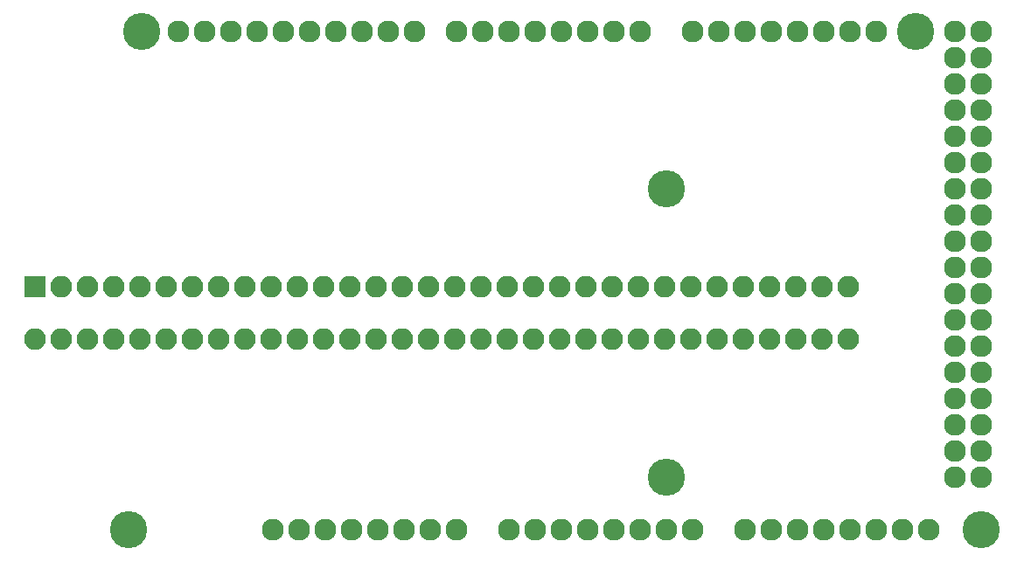
<source format=gbr>
G04 #@! TF.GenerationSoftware,KiCad,Pcbnew,(5.0.0)*
G04 #@! TF.CreationDate,2018-09-11T16:23:21+02:00*
G04 #@! TF.ProjectId,romprg_megadrive_cart,726F6D7072675F6D6567616472697665,1*
G04 #@! TF.SameCoordinates,Original*
G04 #@! TF.FileFunction,Soldermask,Top*
G04 #@! TF.FilePolarity,Negative*
%FSLAX46Y46*%
G04 Gerber Fmt 4.6, Leading zero omitted, Abs format (unit mm)*
G04 Created by KiCad (PCBNEW (5.0.0)) date 09/11/18 16:23:21*
%MOMM*%
%LPD*%
G01*
G04 APERTURE LIST*
%ADD10O,2.127200X2.127200*%
%ADD11C,3.600000*%
%ADD12O,2.100000X2.100000*%
%ADD13R,2.100000X2.100000*%
G04 APERTURE END LIST*
D10*
G04 #@! TO.C,XA1*
X98530000Y-153000000D03*
X93450000Y-153000000D03*
X90910000Y-153000000D03*
X88370000Y-153000000D03*
X85830000Y-153000000D03*
X83290000Y-153000000D03*
X80750000Y-153000000D03*
X78210000Y-153000000D03*
X134090000Y-104740000D03*
X131550000Y-104740000D03*
X129010000Y-104740000D03*
X126470000Y-104740000D03*
X123930000Y-104740000D03*
X121390000Y-104740000D03*
X118850000Y-104740000D03*
X116310000Y-104740000D03*
X111230000Y-104740000D03*
X108690000Y-104740000D03*
X106150000Y-104740000D03*
X103610000Y-104740000D03*
X101070000Y-104740000D03*
X98530000Y-104740000D03*
X95990000Y-104740000D03*
X93450000Y-104740000D03*
X74146000Y-104740000D03*
X89386000Y-104740000D03*
X86846000Y-104740000D03*
X84306000Y-104740000D03*
D11*
X113770000Y-147920000D03*
X113770000Y-119980000D03*
X137900000Y-104740000D03*
X62970000Y-104740000D03*
X144250000Y-153000000D03*
X61700000Y-153000000D03*
D10*
X66526000Y-104740000D03*
X69066000Y-104740000D03*
X71606000Y-104740000D03*
X76686000Y-104740000D03*
X79226000Y-104740000D03*
X81766000Y-104740000D03*
X75670000Y-153000000D03*
X101070000Y-153000000D03*
X103610000Y-153000000D03*
X106150000Y-153000000D03*
X108690000Y-153000000D03*
X111230000Y-153000000D03*
X113770000Y-153000000D03*
X116310000Y-153000000D03*
X121390000Y-153000000D03*
X123930000Y-153000000D03*
X126470000Y-153000000D03*
X129010000Y-153000000D03*
X131550000Y-153000000D03*
X134090000Y-153000000D03*
X136630000Y-153000000D03*
X139170000Y-153000000D03*
X141710000Y-104740000D03*
X144250000Y-104740000D03*
X141710000Y-107280000D03*
X144250000Y-107280000D03*
X141710000Y-109820000D03*
X144250000Y-109820000D03*
X141710000Y-112360000D03*
X144250000Y-112360000D03*
X141710000Y-114900000D03*
X144250000Y-114900000D03*
X141710000Y-117440000D03*
X144250000Y-117440000D03*
X141710000Y-119980000D03*
X144250000Y-119980000D03*
X141710000Y-122520000D03*
X144250000Y-122520000D03*
X141710000Y-125060000D03*
X144250000Y-125060000D03*
X141710000Y-127600000D03*
X144250000Y-127600000D03*
X141710000Y-130140000D03*
X144250000Y-130140000D03*
X141710000Y-132680000D03*
X144250000Y-132680000D03*
X141710000Y-135220000D03*
X144250000Y-135220000D03*
X141710000Y-137760000D03*
X144250000Y-137760000D03*
X141710000Y-140300000D03*
X144250000Y-140300000D03*
X141710000Y-142840000D03*
X144250000Y-142840000D03*
X141710000Y-145380000D03*
X144250000Y-145380000D03*
X141710000Y-147920000D03*
X144250000Y-147920000D03*
G04 #@! TD*
D12*
G04 #@! TO.C,CON1*
X131440000Y-134540000D03*
X131440000Y-129460000D03*
X128900000Y-134540000D03*
X128900000Y-129460000D03*
X126360000Y-134540000D03*
X126360000Y-129460000D03*
X123820000Y-134540000D03*
X123820000Y-129460000D03*
X121280000Y-134540000D03*
X121280000Y-129460000D03*
X118740000Y-134540000D03*
X118740000Y-129460000D03*
X116200000Y-134540000D03*
X116200000Y-129460000D03*
X113660000Y-134540000D03*
X113660000Y-129460000D03*
X111120000Y-134540000D03*
X111120000Y-129460000D03*
X108580000Y-134540000D03*
X108580000Y-129460000D03*
X106040000Y-134540000D03*
X106040000Y-129460000D03*
X103500000Y-134540000D03*
X103500000Y-129460000D03*
X100960000Y-134540000D03*
X100960000Y-129460000D03*
X98420000Y-134540000D03*
X98420000Y-129460000D03*
X95880000Y-134540000D03*
X95880000Y-129460000D03*
X93340000Y-134540000D03*
X93340000Y-129460000D03*
X90800000Y-134540000D03*
X90800000Y-129460000D03*
X88260000Y-134540000D03*
X88260000Y-129460000D03*
X85720000Y-134540000D03*
X85720000Y-129460000D03*
X83180000Y-134540000D03*
X83180000Y-129460000D03*
X80640000Y-134540000D03*
X80640000Y-129460000D03*
X78100000Y-134540000D03*
X78100000Y-129460000D03*
X75560000Y-134540000D03*
X75560000Y-129460000D03*
X73020000Y-134540000D03*
X73020000Y-129460000D03*
X70480000Y-134540000D03*
X70480000Y-129460000D03*
X67940000Y-134540000D03*
X67940000Y-129460000D03*
X65400000Y-134540000D03*
X65400000Y-129460000D03*
X62860000Y-134540000D03*
X62860000Y-129460000D03*
X60320000Y-134540000D03*
X60320000Y-129460000D03*
X57780000Y-134540000D03*
X57780000Y-129460000D03*
X55240000Y-134540000D03*
X55240000Y-129460000D03*
X52700000Y-134540000D03*
D13*
X52700000Y-129460000D03*
G04 #@! TD*
M02*

</source>
